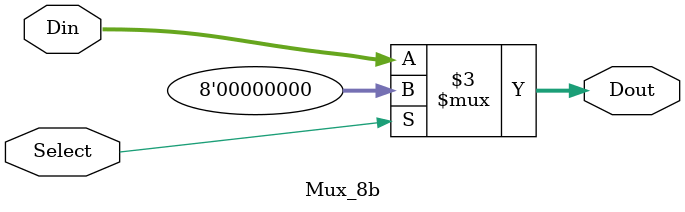
<source format=sv>
`timescale 1ns / 1ps

module Mux_8b #(parameter LENGTH = 8)
(
input [LENGTH - 1:0] Din,
input Select,
output reg [LENGTH - 1:0] Dout
);

    always @(*) begin
        if(Select) begin
            Dout <= 8'h00;
        end
        else begin
            Dout <= Din;
        end
    end
endmodule

</source>
